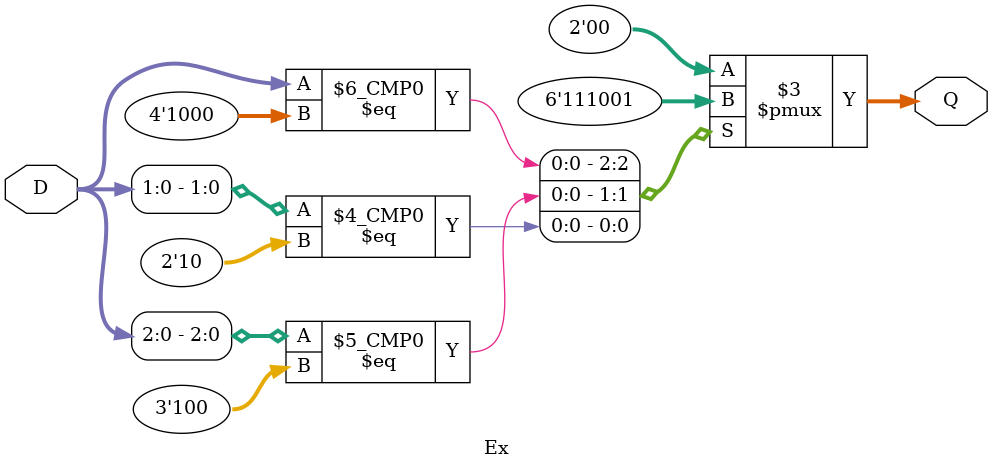
<source format=sv>
module Ex(D,Q);
input [3:0] D; //四位元輸入
output [1:0] Q; //二位元輸出
reg [1:0] Q; //宣告為暫存器資料
always@ (D)
    casex(D)
        4'b1000 : Q = 3;
        4'bx100 : Q = 2;
        4'bxx10 : Q = 1;
        default : Q = 0;
    endcase
endmodule

</source>
